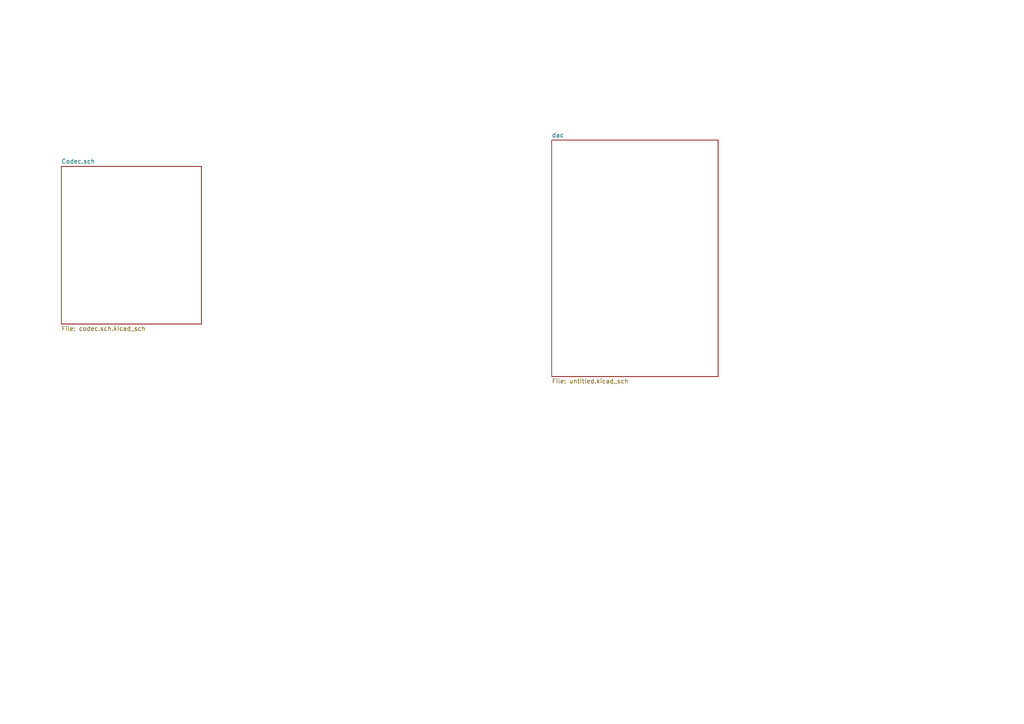
<source format=kicad_sch>
(kicad_sch
	(version 20231120)
	(generator "eeschema")
	(generator_version "8.0")
	(uuid "2305eefa-5fd6-42b7-87f2-4e442071d35f")
	(paper "A4")
	(lib_symbols)
	(sheet
		(at 160.02 40.64)
		(size 48.26 68.58)
		(fields_autoplaced yes)
		(stroke
			(width 0.1524)
			(type solid)
		)
		(fill
			(color 0 0 0 0.0000)
		)
		(uuid "157057dc-edda-48cb-83c9-cb6b8a11bb6d")
		(property "Sheetname" "dac"
			(at 160.02 39.9284 0)
			(effects
				(font
					(size 1.27 1.27)
				)
				(justify left bottom)
			)
		)
		(property "Sheetfile" "untitled.kicad_sch"
			(at 160.02 109.8046 0)
			(effects
				(font
					(size 1.27 1.27)
				)
				(justify left top)
			)
		)
		(property "Field2" ""
			(at 160.02 40.64 0)
			(effects
				(font
					(size 1.27 1.27)
				)
				(hide yes)
			)
		)
		(instances
			(project "esp32"
				(path "/c4754426-a41b-4341-9d09-2e389619f3d6/a94728e7-5369-4898-bc9c-adaf2aafacfb"
					(page "7")
				)
			)
		)
	)
	(sheet
		(at 17.78 48.26)
		(size 40.64 45.72)
		(fields_autoplaced yes)
		(stroke
			(width 0.1524)
			(type solid)
		)
		(fill
			(color 0 0 0 0.0000)
		)
		(uuid "ebe3e715-8d6d-4f52-afa6-659ed02add30")
		(property "Sheetname" "Codec.sch"
			(at 17.78 47.5484 0)
			(effects
				(font
					(size 1.27 1.27)
				)
				(justify left bottom)
			)
		)
		(property "Sheetfile" "codec.sch.kicad_sch"
			(at 17.78 94.5646 0)
			(effects
				(font
					(size 1.27 1.27)
				)
				(justify left top)
			)
		)
		(instances
			(project "esp32"
				(path "/c4754426-a41b-4341-9d09-2e389619f3d6/a94728e7-5369-4898-bc9c-adaf2aafacfb"
					(page "8")
				)
			)
		)
	)
)

</source>
